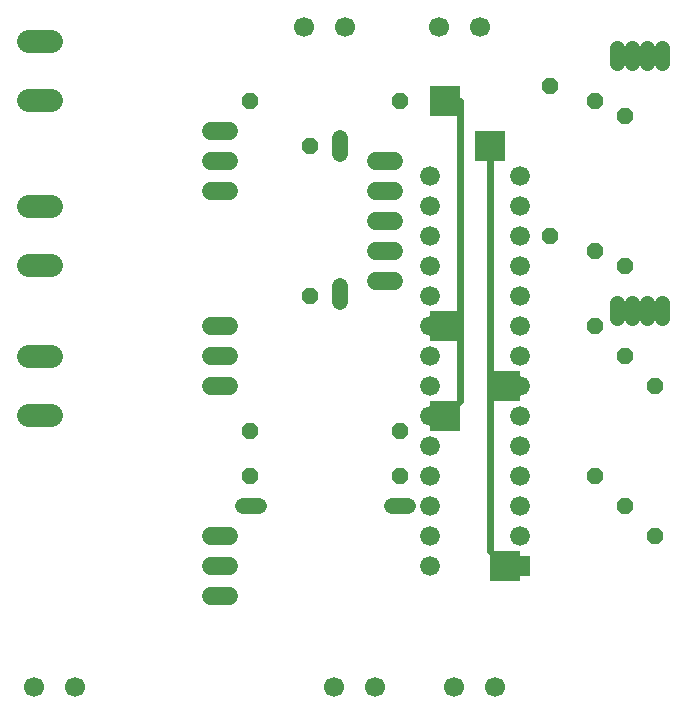
<source format=gbl>
G75*
G70*
%OFA0B0*%
%FSLAX24Y24*%
%IPPOS*%
%LPD*%
%AMOC8*
5,1,8,0,0,1.08239X$1,22.5*
%
%ADD10C,0.0780*%
%ADD11C,0.0600*%
%ADD12C,0.0669*%
%ADD13C,0.0500*%
%ADD14R,0.0660X0.0660*%
%ADD15C,0.0660*%
%ADD16OC8,0.0520*%
%ADD17C,0.0520*%
%ADD18R,0.1000X0.1000*%
%ADD19C,0.0240*%
D10*
X003830Y027710D02*
X004610Y027710D01*
X004610Y025740D02*
X003830Y025740D01*
X003830Y022210D02*
X004610Y022210D01*
X004610Y020240D02*
X003830Y020240D01*
X003830Y017210D02*
X004610Y017210D01*
X004610Y015240D02*
X003830Y015240D01*
D11*
X009920Y018220D02*
X010520Y018220D01*
X010520Y017220D02*
X009920Y017220D01*
X009920Y016220D02*
X010520Y016220D01*
X010520Y011220D02*
X009920Y011220D01*
X009920Y010220D02*
X010520Y010220D01*
X010520Y009220D02*
X009920Y009220D01*
X009920Y024720D02*
X010520Y024720D01*
X010520Y023720D02*
X009920Y023720D01*
X009920Y022720D02*
X010520Y022720D01*
X015420Y019720D02*
X016020Y019720D01*
X016020Y020720D02*
X015420Y020720D01*
X015420Y021720D02*
X016020Y021720D01*
X016020Y022720D02*
X015420Y022720D01*
X015420Y023720D02*
X016020Y023720D01*
D12*
X017531Y028181D03*
X018909Y028181D03*
X004031Y006181D03*
X005409Y006181D03*
X018031Y006181D03*
X019409Y006181D03*
X014031Y006181D03*
X015409Y006181D03*
X013031Y028181D03*
X014409Y028181D03*
D13*
X024470Y018970D02*
X024470Y018470D01*
X024970Y018470D02*
X024970Y018970D01*
X023970Y018970D02*
X023970Y018470D01*
X023470Y018470D02*
X023470Y018970D01*
X024470Y026970D02*
X024470Y027470D01*
X024970Y027470D02*
X024970Y026970D01*
X023970Y026970D02*
X023970Y027470D01*
X023470Y027470D02*
X023470Y026970D01*
D14*
X020220Y010220D03*
D15*
X020220Y011220D03*
X020220Y012220D03*
X020220Y013220D03*
X020220Y014220D03*
X020220Y015220D03*
X020220Y016220D03*
X020220Y017220D03*
X020220Y018220D03*
X020220Y019220D03*
X020220Y020220D03*
X020220Y021220D03*
X020220Y022220D03*
X020220Y023220D03*
X017220Y023220D03*
X017220Y022220D03*
X017220Y021220D03*
X017220Y020220D03*
X017220Y019220D03*
X017220Y018220D03*
X017220Y017220D03*
X017220Y016220D03*
X017220Y015220D03*
X017220Y014220D03*
X017220Y013220D03*
X017220Y012220D03*
X017220Y011220D03*
X017220Y010220D03*
D16*
X024720Y011220D03*
X024720Y016220D03*
X023720Y012220D03*
X023720Y017220D03*
X022720Y013220D03*
X022720Y018220D03*
X023720Y020220D03*
X023720Y025220D03*
X022720Y020720D03*
X022720Y025720D03*
X021220Y021220D03*
X021220Y026220D03*
X016220Y025720D03*
X011220Y025720D03*
X016220Y014720D03*
X011220Y014720D03*
X011220Y013220D03*
X016220Y013220D03*
X013220Y019220D03*
X013220Y024220D03*
D17*
X014220Y024480D02*
X014220Y023960D01*
X014220Y019530D02*
X014220Y019010D01*
X015960Y012220D02*
X016480Y012220D01*
X011530Y012220D02*
X011010Y012220D01*
D18*
X017720Y015220D03*
X017720Y025720D03*
X019720Y010220D03*
X019220Y024220D03*
X019720Y010220D03*
X017720Y018220D03*
X019720Y016220D03*
X017720Y015220D03*
D19*
X018220Y015720D01*
X018220Y025720D01*
X017720Y025720D01*
X019720Y010220D02*
X019220Y010720D01*
X019220Y024220D01*
M02*

</source>
